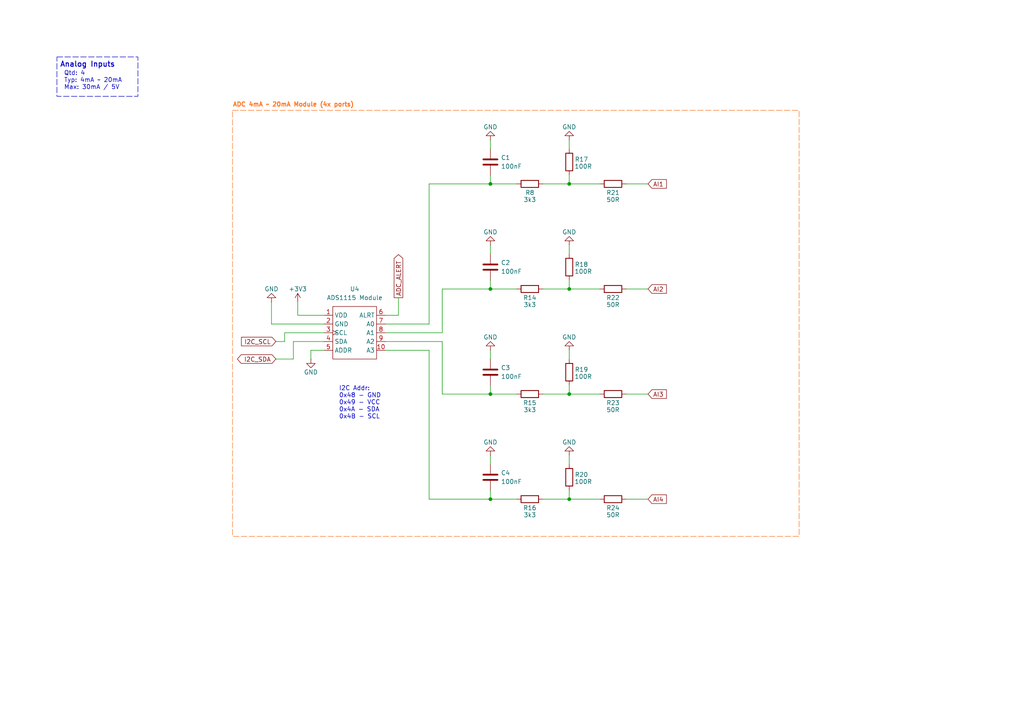
<source format=kicad_sch>
(kicad_sch (version 20250114) (generator "eeschema") (generator_version "9.0")
  (paper "A4")
  (title_block (title "ATL-100 (Multiparametric Station)") (date "2025-06-01") (rev "v0.2.0") (company "AgroTechLab (Agribusiness Technology Development Laboratory)") (comment 1 "IFSC (Federal Institute of Santa Catarina)") (comment 2 "Author: Robson Costa (robson.costa@ifsc.edu.br)") (comment 3 "Licensed under CC-BY-SA 4.0") (comment 4 "Analog Inputs (4 x 2mA ~ 20mA)"))
  (lib_symbols
    (symbol "AgroTechLab:ADS1115 Module"
      (property "Reference" "U" (at -5.842 8.89 0))
      (property "Value" "ADS1115 Module" (at 0.254 -9.398 0))
      (symbol "ADS1115 Module_0_1"
        (rectangle (start -6.35 7.62) (end 6.35 -7.62))
      )
      (symbol "ADS1115 Module_1_1"
        (pin power_in line (at -8.89 5.08 0) (length 2.54) (name "VDD") (number "1"))
        (pin power_in line (at -8.89 2.54 0) (length 2.54) (name "GND") (number "2"))
        (pin input clock (at -8.89 0 0) (length 2.54) (name "SCL") (number "3"))
        (pin input line (at -8.89 -2.54 0) (length 2.54) (name "SDA") (number "4"))
        (pin input line (at -8.89 -5.08 0) (length 2.54) (name "ADDR") (number "5"))
        (pin input line (at 8.89 5.08 180) (length 2.54) (name "ALRT") (number "6"))
        (pin input line (at 8.89 2.54 180) (length 2.54) (name "A0") (number "7"))
        (pin input line (at 8.89 0 180) (length 2.54) (name "A1") (number "8"))
        (pin input line (at 8.89 -2.54 180) (length 2.54) (name "A2") (number "9"))
        (pin input line (at 8.89 -5.08 180) (length 2.54) (name "A3") (number "10"))
      )
    )
    (symbol "Device:C" (pin_numbers (hide yes)) (pin_names (offset 0.254))
      (property "Reference" "C" (at 0.635 2.54 0))
      (property "Value" "C" (at 0.635 -2.54 0))
      (symbol "C_0_1"
        (polyline (pts (xy -2.032 0.762) (xy 2.032 0.762)) (stroke (width 0.508)))
        (polyline (pts (xy -2.032 -0.762) (xy 2.032 -0.762)) (stroke (width 0.508)))
      )
      (symbol "C_1_1"
        (pin passive line (at 0 3.81 270) (length 2.794) (name "~") (number "1"))
        (pin passive line (at 0 -3.81 90) (length 2.794) (name "~") (number "2"))
      )
    )
    (symbol "Device:R" (pin_numbers (hide yes)) (pin_names (offset 0))
      (property "Reference" "R" (at 2.032 0 90))
      (property "Value" "R" (at 0 0 90))
      (symbol "R_0_1"
        (rectangle (start -1.016 -2.54) (end 1.016 2.54) (stroke (width 0.254)))
      )
      (symbol "R_1_1"
        (pin passive line (at 0 3.81 270) (length 1.27) (name "~") (number "1"))
        (pin passive line (at 0 -3.81 90) (length 1.27) (name "~") (number "2"))
      )
    )
    (symbol "power:+3V3" (power) (pin_numbers (hide yes)) (pin_names (offset 0) (hide yes))
      (property "Value" "+3V3" (at 0 3.556 0))
      (symbol "+3V3_0_1"
        (polyline (pts (xy -0.762 1.27) (xy 0 2.54)))
        (polyline (pts (xy 0 2.54) (xy 0.762 1.27)))
        (polyline (pts (xy 0 0) (xy 0 2.54)))
      )
      (symbol "+3V3_1_1"
        (pin power_in line (at 0 0 90) (length 0) (name "~") (number "1"))
      )
    )
    (symbol "power:GND" (power) (pin_numbers (hide yes)) (pin_names (offset 0) (hide yes))
      (property "Value" "GND" (at 0 -3.81 0))
      (symbol "GND_0_1"
        (polyline (pts (xy 0 0) (xy 0 -1.27) (xy 1.27 -1.27) (xy 0 -2.54) (xy -1.27 -1.27) (xy 0 -1.27)))
      )
      (symbol "GND_1_1"
        (pin power_in line (at 0 0 270) (length 0) (name "~") (number "1"))
      )
    )
  )
  (rectangle (start 16.51 16.51) (end 40.005 27.94) (stroke (width 0) (type dash)))
  (rectangle (start 67.437 32.004) (end 231.775 155.575) (stroke (width 0) (type dash) (color 255 114 26 1)))
  (text "ADC 4mA ~ 20mA Module (4x ports)" (at 85.09 30.48 0) (effects (font (size 1.27 1.27) (thickness 0.254) (bold yes))))
  (text "I2C Addr:\n0x48 - GND\n0x49 - VCC\n0x4A - SDA\n0x4B - SCL" (at 98.298 116.84 0) (effects (font (size 1.27 1.27) (thickness 0.1588)) (justify left)))
  (text "Qtd: 4\nTyp: 4mA ~ 20mA\nMax: 30mA / 5V" (at 18.542 23.368 0) (effects (font (size 1.27 1.27)) (justify left)))
  (text "Analog Inputs" (at 25.4 18.796 0) (effects (font (size 1.524 1.524) (thickness 0.254) (bold yes))))
  (junction (at 165.1 114.3))
  (junction (at 142.24 83.82))
  (junction (at 142.24 53.34))
  (junction (at 142.24 144.78))
  (junction (at 165.1 144.78))
  (junction (at 165.1 83.82))
  (junction (at 142.24 114.3))
  (junction (at 165.1 53.34))
  (wire (pts (xy 82.55 99.06) (xy 82.55 96.52)))
  (wire (pts (xy 142.24 83.82) (xy 149.86 83.82)))
  (wire (pts (xy 85.09 104.14) (xy 85.09 99.06)))
  (wire (pts (xy 142.24 111.76) (xy 142.24 114.3)))
  (wire (pts (xy 85.09 99.06) (xy 93.98 99.06)))
  (wire (pts (xy 90.17 101.6) (xy 90.17 104.14)))
  (wire (pts (xy 128.27 96.52) (xy 128.27 83.82)))
  (wire (pts (xy 93.98 101.6) (xy 90.17 101.6)))
  (wire (pts (xy 165.1 114.3) (xy 165.1 111.76)))
  (wire (pts (xy 78.74 87.63) (xy 78.74 93.98)))
  (wire (pts (xy 157.48 114.3) (xy 165.1 114.3)))
  (wire (pts (xy 142.24 53.34) (xy 149.86 53.34)))
  (wire (pts (xy 157.48 83.82) (xy 165.1 83.82)))
  (wire (pts (xy 128.27 114.3) (xy 142.24 114.3)))
  (wire (pts (xy 142.24 142.24) (xy 142.24 144.78)))
  (wire (pts (xy 115.57 91.44) (xy 111.76 91.44)))
  (wire (pts (xy 181.61 53.34) (xy 187.96 53.34)))
  (wire (pts (xy 124.46 93.98) (xy 124.46 53.34)))
  (wire (pts (xy 142.24 71.12) (xy 142.24 73.66)))
  (wire (pts (xy 142.24 132.08) (xy 142.24 134.62)))
  (wire (pts (xy 165.1 101.6) (xy 165.1 104.14)))
  (wire (pts (xy 128.27 99.06) (xy 128.27 114.3)))
  (wire (pts (xy 181.61 114.3) (xy 187.96 114.3)))
  (wire (pts (xy 93.98 91.44) (xy 86.36 91.44)))
  (wire (pts (xy 165.1 83.82) (xy 173.99 83.82)))
  (wire (pts (xy 115.57 86.36) (xy 115.57 91.44)))
  (wire (pts (xy 157.48 53.34) (xy 165.1 53.34)))
  (wire (pts (xy 142.24 81.28) (xy 142.24 83.82)))
  (wire (pts (xy 165.1 144.78) (xy 173.99 144.78)))
  (wire (pts (xy 124.46 101.6) (xy 124.46 144.78)))
  (wire (pts (xy 128.27 83.82) (xy 142.24 83.82)))
  (wire (pts (xy 82.55 96.52) (xy 93.98 96.52)))
  (wire (pts (xy 80.01 99.06) (xy 82.55 99.06)))
  (wire (pts (xy 157.48 144.78) (xy 165.1 144.78)))
  (wire (pts (xy 181.61 144.78) (xy 187.96 144.78)))
  (wire (pts (xy 142.24 50.8) (xy 142.24 53.34)))
  (wire (pts (xy 142.24 101.6) (xy 142.24 104.14)))
  (wire (pts (xy 142.24 114.3) (xy 149.86 114.3)))
  (wire (pts (xy 86.36 87.63) (xy 86.36 91.44)))
  (wire (pts (xy 165.1 53.34) (xy 165.1 50.8)))
  (wire (pts (xy 111.76 101.6) (xy 124.46 101.6)))
  (wire (pts (xy 165.1 132.08) (xy 165.1 134.62)))
  (wire (pts (xy 142.24 144.78) (xy 149.86 144.78)))
  (wire (pts (xy 111.76 93.98) (xy 124.46 93.98)))
  (wire (pts (xy 181.61 83.82) (xy 187.96 83.82)))
  (wire (pts (xy 142.24 40.64) (xy 142.24 43.18)))
  (wire (pts (xy 165.1 83.82) (xy 165.1 81.28)))
  (wire (pts (xy 124.46 144.78) (xy 142.24 144.78)))
  (wire (pts (xy 165.1 144.78) (xy 165.1 142.24)))
  (wire (pts (xy 165.1 40.64) (xy 165.1 43.18)))
  (wire (pts (xy 111.76 99.06) (xy 128.27 99.06)))
  (wire (pts (xy 165.1 114.3) (xy 173.99 114.3)))
  (wire (pts (xy 165.1 53.34) (xy 173.99 53.34)))
  (wire (pts (xy 124.46 53.34) (xy 142.24 53.34)))
  (wire (pts (xy 111.76 96.52) (xy 128.27 96.52)))
  (wire (pts (xy 93.98 93.98) (xy 78.74 93.98)))
  (wire (pts (xy 165.1 71.12) (xy 165.1 73.66)))
  (wire (pts (xy 80.01 104.14) (xy 85.09 104.14)))
  (global_label "ADC_ALERT" (shape output) (at 115.57 86.36 90) (property "Intersheetrefs" "${INTERSHEET_REFS}" (effects (hide yes))))
  (global_label "AI3" (shape input) (at 187.96 114.3 0) (property "Intersheetrefs" "${INTERSHEET_REFS}" (effects (hide yes))))
  (global_label "AI1" (shape input) (at 187.96 53.34 0) (property "Intersheetrefs" "${INTERSHEET_REFS}" (effects (hide yes))))
  (global_label "I2C_SCL" (shape input) (at 80.01 99.06 180) (property "Intersheetrefs" "${INTERSHEET_REFS}" (effects (hide yes))))
  (global_label "I2C_SDA" (shape bidirectional) (at 80.01 104.14 180) (property "Intersheetrefs" "${INTERSHEET_REFS}" (effects (hide yes))))
  (global_label "AI2" (shape input) (at 187.96 83.82 0) (property "Intersheetrefs" "${INTERSHEET_REFS}" (effects (hide yes))))
  (global_label "AI4" (shape input) (at 187.96 144.78 0) (property "Intersheetrefs" "${INTERSHEET_REFS}" (effects (hide yes))))
  (symbol (lib_id "power:GND") (at 142.24 40.64 180) (unit 1)
    (property "Reference" "#PWR027" (effects (hide yes)))
    (property "Value" "GND" (at 142.24 36.83 0))
    (property "Description" "Power symbol creates a global label with name \"GND\" , ground" (effects (hide yes)))
  )
  (symbol (lib_id "Device:C") (at 142.24 46.99 0) (unit 1)
    (property "Reference" "C1" (at 145.288 45.72 0) (effects (justify left)))
    (property "Value" "100nF" (at 145.288 48.26 0) (effects (justify left)))
    (property "Footprint" "Capacitor_THT:C_Disc_D4.7mm_W2.5mm_P5.00mm" (effects (hide yes)))
    (property "Description" "Ceramic Capacitor, 100nF, 10%, 50V" (effects (hide yes)))
    (property "Manufacturer" "Std" (effects (hide yes)))
    (property "Part Number" "Std" (effects (hide yes)))
  )
  (symbol (lib_id "power:GND") (at 90.17 104.14 0) (unit 1)
    (property "Reference" "#PWR014" (effects (hide yes)))
    (property "Value" "GND" (at 90.17 107.95 0))
    (property "Description" "Power symbol creates a global label with name \"GND\" , ground" (effects (hide yes)))
  )
  (symbol (lib_id "Device:R") (at 153.67 53.34 90) (unit 1)
    (property "Reference" "R8" (at 153.67 55.88 90))
    (property "Value" "3k3" (at 153.67 57.912 90))
    (property "Footprint" "Resistor_THT:R_Axial_DIN0207_L6.3mm_D2.5mm_P7.62mm_Horizontal" (effects (hide yes)))
    (property "Description" "Metal Film Resistor, 3.3kΩ, 1%, 1/4W" (effects (hide yes)))
    (property "Manufacturer" "Std" (effects (hide yes)))
    (property "Part Number" "Std" (effects (hide yes)))
  )
  (symbol (lib_id "Device:R") (at 153.67 83.82 90) (unit 1)
    (property "Reference" "R14" (at 153.67 86.36 90))
    (property "Value" "3k3" (at 153.67 88.392 90))
    (property "Footprint" "Resistor_THT:R_Axial_DIN0207_L6.3mm_D2.5mm_P7.62mm_Horizontal" (effects (hide yes)))
    (property "Description" "Metal Film Resistor, 3.3kΩ, 1%, 1/4W" (effects (hide yes)))
    (property "Manufacturer" "Std" (effects (hide yes)))
    (property "Part Number" "Std" (effects (hide yes)))
  )
  (symbol (lib_id "Device:R") (at 177.8 83.82 90) (unit 1)
    (property "Reference" "R22" (at 177.8 86.36 90))
    (property "Value" "50R" (at 177.8 88.392 90))
    (property "Footprint" "Resistor_THT:R_Axial_DIN0207_L6.3mm_D2.5mm_P7.62mm_Horizontal" (effects (hide yes)))
    (property "Description" "Metal Film Resistor, 50Ω, 0.1%, 1/4W" (effects (hide yes)))
    (property "Manufacturer" "Std" (effects (hide yes)))
    (property "Part Number" "Std" (effects (hide yes)))
  )
  (symbol (lib_id "Device:R") (at 165.1 46.99 180) (unit 1)
    (property "Reference" "R17" (at 168.656 46.228 0))
    (property "Value" "100R" (at 169.164 48.26 0))
    (property "Footprint" "Resistor_THT:R_Axial_DIN0207_L6.3mm_D2.5mm_P7.62mm_Horizontal" (effects (hide yes)))
    (property "Description" "Metal Film Resistor, 100Ω, 0.1%, 1/4W" (effects (hide yes)))
    (property "Manufacturer" "Std" (effects (hide yes)))
    (property "Part Number" "Std" (effects (hide yes)))
  )
  (symbol (lib_id "Device:R") (at 153.67 114.3 90) (unit 1)
    (property "Reference" "R15" (at 153.67 116.84 90))
    (property "Value" "3k3" (at 153.67 118.872 90))
    (property "Footprint" "Resistor_THT:R_Axial_DIN0207_L6.3mm_D2.5mm_P7.62mm_Horizontal" (effects (hide yes)))
    (property "Description" "Metal Film Resistor, 3.3kΩ, 1%, 1/4W" (effects (hide yes)))
    (property "Manufacturer" "Std" (effects (hide yes)))
    (property "Part Number" "Std" (effects (hide yes)))
  )
  (symbol (lib_id "Device:R") (at 165.1 138.43 180) (unit 1)
    (property "Reference" "R20" (at 168.656 137.668 0))
    (property "Value" "100R" (at 169.164 139.7 0))
    (property "Footprint" "Resistor_THT:R_Axial_DIN0207_L6.3mm_D2.5mm_P7.62mm_Horizontal" (effects (hide yes)))
    (property "Description" "Metal Film Resistor, 100Ω, 0.1%, 1/4W" (effects (hide yes)))
    (property "Manufacturer" "Std" (effects (hide yes)))
    (property "Part Number" "Std" (effects (hide yes)))
  )
  (symbol (lib_id "power:GND") (at 142.24 132.08 180) (unit 1)
    (property "Reference" "#PWR037" (effects (hide yes)))
    (property "Value" "GND" (at 142.24 128.27 0))
    (property "Description" "Power symbol creates a global label with name \"GND\" , ground" (effects (hide yes)))
  )
  (symbol (lib_id "AgroTechLab:ADS1115 Module") (at 102.87 96.52 0) (unit 1)
    (property "Reference" "U4" (at 102.87 83.82 0))
    (property "Value" "ADS1115 Module" (at 102.87 86.36 0))
    (property "Footprint" "AgroTechLab:ADS1115 Module" (effects (hide yes)))
    (property "Description" "ADC, 16-bits, ADS1115" (effects (hide yes)))
    (property "Manufacturer" "OEM" (effects (hide yes)))
    (property "Part Number" "ADS1115 Module" (effects (hide yes)))
  )
  (symbol (lib_id "Device:C") (at 142.24 77.47 0) (unit 1)
    (property "Reference" "C2" (at 145.288 76.2 0) (effects (justify left)))
    (property "Value" "100nF" (at 145.288 78.74 0) (effects (justify left)))
    (property "Footprint" "Capacitor_THT:C_Disc_D4.7mm_W2.5mm_P5.00mm" (effects (hide yes)))
    (property "Description" "Ceramic Capacitor, 100nF, 10%, 50V" (effects (hide yes)))
    (property "Manufacturer" "Std" (effects (hide yes)))
    (property "Part Number" "Std" (effects (hide yes)))
  )
  (symbol (lib_id "Device:R") (at 177.8 144.78 90) (unit 1)
    (property "Reference" "R24" (at 177.8 147.32 90))
    (property "Value" "50R" (at 177.8 149.352 90))
    (property "Footprint" "Resistor_THT:R_Axial_DIN0207_L6.3mm_D2.5mm_P7.62mm_Horizontal" (effects (hide yes)))
    (property "Description" "Metal Film Resistor, 50Ω, 0.1%, 1/4W" (effects (hide yes)))
    (property "Manufacturer" "Std" (effects (hide yes)))
    (property "Part Number" "Std" (effects (hide yes)))
  )
  (symbol (lib_id "Device:R") (at 177.8 114.3 90) (unit 1)
    (property "Reference" "R23" (at 177.8 116.84 90))
    (property "Value" "50R" (at 177.8 118.872 90))
    (property "Footprint" "Resistor_THT:R_Axial_DIN0207_L6.3mm_D2.5mm_P7.62mm_Horizontal" (effects (hide yes)))
    (property "Description" "Metal Film Resistor, 50Ω, 0.1%, 1/4W" (effects (hide yes)))
    (property "Manufacturer" "Std" (effects (hide yes)))
    (property "Part Number" "Std" (effects (hide yes)))
  )
  (symbol (lib_id "Device:R") (at 153.67 144.78 90) (unit 1)
    (property "Reference" "R16" (at 153.67 147.32 90))
    (property "Value" "3k3" (at 153.67 149.352 90))
    (property "Footprint" "Resistor_THT:R_Axial_DIN0207_L6.3mm_D2.5mm_P7.62mm_Horizontal" (effects (hide yes)))
    (property "Description" "Metal Film Resistor, 3.3kΩ, 1%, 1/4W" (effects (hide yes)))
    (property "Manufacturer" "Std" (effects (hide yes)))
    (property "Part Number" "Std" (effects (hide yes)))
  )
  (symbol (lib_id "Device:C") (at 142.24 107.95 0) (unit 1)
    (property "Reference" "C3" (at 145.288 106.68 0) (effects (justify left)))
    (property "Value" "100nF" (at 145.288 109.22 0) (effects (justify left)))
    (property "Footprint" "Capacitor_THT:C_Disc_D4.7mm_W2.5mm_P5.00mm" (effects (hide yes)))
    (property "Description" "Ceramic Capacitor, 100nF, 10%, 50V" (effects (hide yes)))
    (property "Manufacturer" "Std" (effects (hide yes)))
    (property "Part Number" "Std" (effects (hide yes)))
  )
  (symbol (lib_id "power:GND") (at 165.1 71.12 180) (unit 1)
    (property "Reference" "#PWR039" (effects (hide yes)))
    (property "Value" "GND" (at 165.1 67.31 0))
    (property "Description" "Power symbol creates a global label with name \"GND\" , ground" (effects (hide yes)))
  )
  (symbol (lib_id "power:GND") (at 165.1 132.08 180) (unit 1)
    (property "Reference" "#PWR041" (effects (hide yes)))
    (property "Value" "GND" (at 165.1 128.27 0))
    (property "Description" "Power symbol creates a global label with name \"GND\" , ground" (effects (hide yes)))
  )
  (symbol (lib_id "power:GND") (at 165.1 40.64 180) (unit 1)
    (property "Reference" "#PWR038" (effects (hide yes)))
    (property "Value" "GND" (at 165.1 36.83 0))
    (property "Description" "Power symbol creates a global label with name \"GND\" , ground" (effects (hide yes)))
  )
  (symbol (lib_id "Device:C") (at 142.24 138.43 0) (unit 1)
    (property "Reference" "C4" (at 145.288 137.16 0) (effects (justify left)))
    (property "Value" "100nF" (at 145.288 139.7 0) (effects (justify left)))
    (property "Footprint" "Capacitor_THT:C_Disc_D4.7mm_W2.5mm_P5.00mm" (effects (hide yes)))
    (property "Description" "Ceramic Capacitor, 100nF, 10%, 50V" (effects (hide yes)))
    (property "Manufacturer" "Std" (effects (hide yes)))
    (property "Part Number" "Std" (effects (hide yes)))
  )
  (symbol (lib_id "Device:R") (at 165.1 77.47 180) (unit 1)
    (property "Reference" "R18" (at 168.656 76.708 0))
    (property "Value" "100R" (at 169.164 78.74 0))
    (property "Footprint" "Resistor_THT:R_Axial_DIN0207_L6.3mm_D2.5mm_P7.62mm_Horizontal" (effects (hide yes)))
    (property "Description" "Metal Film Resistor, 100Ω, 0.1%, 1/4W" (effects (hide yes)))
    (property "Manufacturer" "Std" (effects (hide yes)))
    (property "Part Number" "Std" (effects (hide yes)))
  )
  (symbol (lib_id "power:GND") (at 142.24 101.6 180) (unit 1)
    (property "Reference" "#PWR036" (effects (hide yes)))
    (property "Value" "GND" (at 142.24 97.79 0))
    (property "Description" "Power symbol creates a global label with name \"GND\" , ground" (effects (hide yes)))
  )
  (symbol (lib_id "Device:R") (at 177.8 53.34 90) (unit 1)
    (property "Reference" "R21" (at 177.8 55.88 90))
    (property "Value" "50R" (at 177.8 57.912 90))
    (property "Footprint" "Resistor_THT:R_Axial_DIN0207_L6.3mm_D2.5mm_P7.62mm_Horizontal" (effects (hide yes)))
    (property "Description" "Metal Film Resistor, 50Ω, 0.1%, 1/4W" (effects (hide yes)))
    (property "Manufacturer" "Std" (effects (hide yes)))
    (property "Part Number" "Std" (effects (hide yes)))
  )
  (symbol (lib_id "power:GND") (at 78.74 87.63 180) (unit 1)
    (property "Reference" "#PWR07" (effects (hide yes)))
    (property "Value" "GND" (at 78.74 83.82 0))
    (property "Description" "Power symbol creates a global label with name \"GND\" , ground" (effects (hide yes)))
  )
  (symbol (lib_id "Device:R") (at 165.1 107.95 180) (unit 1)
    (property "Reference" "R19" (at 168.656 107.188 0))
    (property "Value" "100R" (at 169.164 109.22 0))
    (property "Footprint" "Resistor_THT:R_Axial_DIN0207_L6.3mm_D2.5mm_P7.62mm_Horizontal" (effects (hide yes)))
    (property "Description" "Metal Film Resistor, 100Ω, 0.1%, 1/4W" (effects (hide yes)))
    (property "Manufacturer" "Std" (effects (hide yes)))
    (property "Part Number" "Std" (effects (hide yes)))
  )
  (symbol (lib_id "power:GND") (at 142.24 71.12 180) (unit 1)
    (property "Reference" "#PWR028" (effects (hide yes)))
    (property "Value" "GND" (at 142.24 67.31 0))
    (property "Description" "Power symbol creates a global label with name \"GND\" , ground" (effects (hide yes)))
  )
  (symbol (lib_id "power:GND") (at 165.1 101.6 180) (unit 1)
    (property "Reference" "#PWR040" (effects (hide yes)))
    (property "Value" "GND" (at 165.1 97.79 0))
    (property "Description" "Power symbol creates a global label with name \"GND\" , ground" (effects (hide yes)))
  )
  (symbol (lib_id "power:+3V3") (at 86.36 87.63 0) (unit 1)
    (property "Reference" "#PWR08" (effects (hide yes)))
    (property "Value" "+3V3" (at 86.36 83.82 0))
    (property "Description" "Power symbol creates a global label with name \"+3V3\"" (effects (hide yes)))
  )
)
</source>
